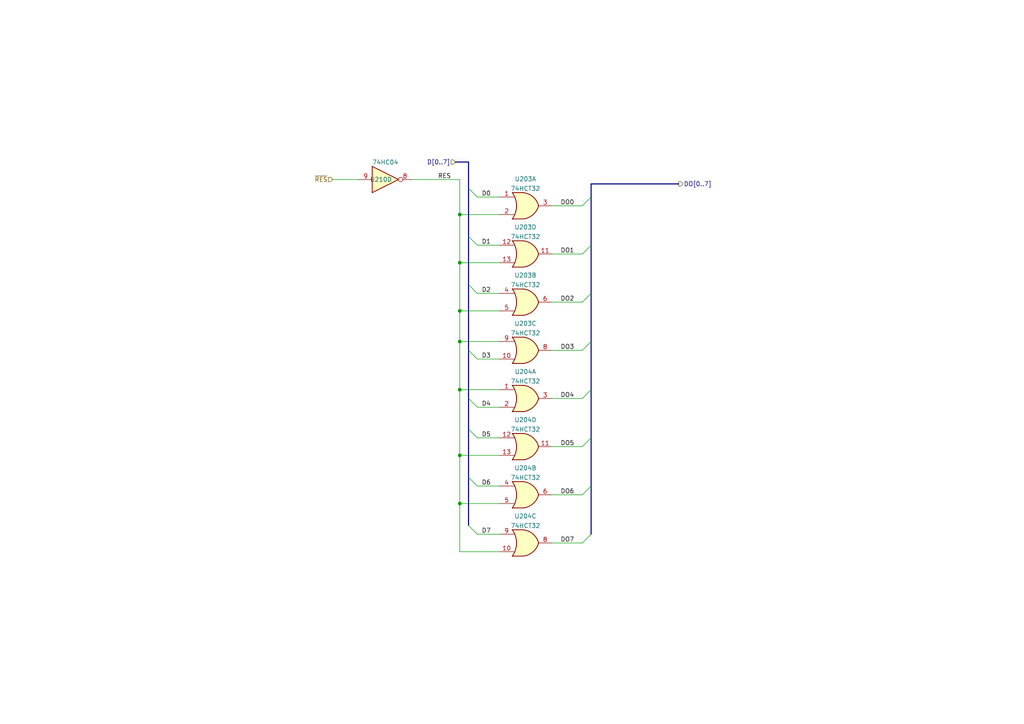
<source format=kicad_sch>
(kicad_sch (version 20211123) (generator eeschema)
  (paper "A4")
  (title_block (title "74HCT6526 Board 2") (date "2022-08-17") (rev "0.1") (company "Daniel Molina") (comment 1 "https://github.com/dmolinagarcia/74HCT6526"))
  (lib_symbols
    (symbol "74xx:74HC04"
      (property "Reference" "U" (at 0 1.27 0))
      (property "Value" "74HC04" (at 0 -1.27 0))
      (symbol "74HC04_1_0"
        (polyline (pts (xy -3.81 3.81) (xy -3.81 -3.81) (xy 3.81 0) (xy -3.81 3.81)) (stroke (width 0.254)) (fill (type background)))
        (pin input line (at -7.62 0 0) (length 3.81) (name "~") (number "1"))
        (pin output inverted (at 7.62 0 180) (length 3.81) (name "~") (number "2"))
      )
      (symbol "74HC04_2_0"
        (polyline (pts (xy -3.81 3.81) (xy -3.81 -3.81) (xy 3.81 0) (xy -3.81 3.81)) (stroke (width 0.254)) (fill (type background)))
        (pin input line (at -7.62 0 0) (length 3.81) (name "~") (number "3"))
        (pin output inverted (at 7.62 0 180) (length 3.81) (name "~") (number "4"))
      )
      (symbol "74HC04_3_0"
        (polyline (pts (xy -3.81 3.81) (xy -3.81 -3.81) (xy 3.81 0) (xy -3.81 3.81)) (stroke (width 0.254)) (fill (type background)))
        (pin input line (at -7.62 0 0) (length 3.81) (name "~") (number "5"))
        (pin output inverted (at 7.62 0 180) (length 3.81) (name "~") (number "6"))
      )
      (symbol "74HC04_4_0"
        (polyline (pts (xy -3.81 3.81) (xy -3.81 -3.81) (xy 3.81 0) (xy -3.81 3.81)) (stroke (width 0.254)) (fill (type background)))
        (pin output inverted (at 7.62 0 180) (length 3.81) (name "~") (number "8"))
        (pin input line (at -7.62 0 0) (length 3.81) (name "~") (number "9"))
      )
      (symbol "74HC04_5_0"
        (polyline (pts (xy -3.81 3.81) (xy -3.81 -3.81) (xy 3.81 0) (xy -3.81 3.81)) (stroke (width 0.254)) (fill (type background)))
        (pin output inverted (at 7.62 0 180) (length 3.81) (name "~") (number "10"))
        (pin input line (at -7.62 0 0) (length 3.81) (name "~") (number "11"))
      )
      (symbol "74HC04_6_0"
        (polyline (pts (xy -3.81 3.81) (xy -3.81 -3.81) (xy 3.81 0) (xy -3.81 3.81)) (stroke (width 0.254)) (fill (type background)))
        (pin output inverted (at 7.62 0 180) (length 3.81) (name "~") (number "12"))
        (pin input line (at -7.62 0 0) (length 3.81) (name "~") (number "13"))
      )
      (symbol "74HC04_7_0"
        (pin power_in line (at 0 12.7 270) (length 5.08) (name "VCC") (number "14"))
        (pin power_in line (at 0 -12.7 90) (length 5.08) (name "GND") (number "7"))
      )
      (symbol "74HC04_7_1"
        (rectangle (start -5.08 7.62) (end 5.08 -7.62) (stroke (width 0.254)) (fill (type background)))
      )
    )
    (symbol "74xx:74LS32" (pin_names (offset 1.016))
      (property "Reference" "U" (at 0 1.27 0))
      (property "Value" "74LS32" (at 0 -1.27 0))
      (symbol "74LS32_1_1"
        (arc (start -3.81 -3.81) (mid -2.589 0) (end -3.81 3.81) (stroke (width 0.254)))
        (arc (start -0.6096 -3.81) (mid 2.1855 -2.584) (end 3.81 0) (stroke (width 0.254)) (fill (type background)))
        (polyline (pts (xy -3.81 -3.81) (xy -0.635 -3.81)) (stroke (width 0.254)) (fill (type background)))
        (polyline (pts (xy -3.81 3.81) (xy -0.635 3.81)) (stroke (width 0.254)) (fill (type background)))
        (polyline (pts (xy -0.635 3.81) (xy -3.81 3.81) (xy -3.81 3.81) (xy -3.556 3.4036) (xy -3.0226 2.2606) (xy -2.6924 1.0414) (xy -2.6162 -0.254) (xy -2.7686 -1.4986) (xy -3.175 -2.7178) (xy -3.81 -3.81) (xy -3.81 -3.81) (xy -0.635 -3.81)) (stroke (width -25.4)) (fill (type background)))
        (arc (start 3.81 0) (mid 2.1928 2.5925) (end -0.6096 3.81) (stroke (width 0.254)) (fill (type background)))
        (pin input line (at -7.62 2.54 0) (length 4.318) (name "~") (number "1"))
        (pin input line (at -7.62 -2.54 0) (length 4.318) (name "~") (number "2"))
        (pin output line (at 7.62 0 180) (length 3.81) (name "~") (number "3"))
      )
      (symbol "74LS32_1_2"
        (arc (start 0 -3.81) (mid 3.81 0) (end 0 3.81) (stroke (width 0.254)) (fill (type background)))
        (polyline (pts (xy 0 3.81) (xy -3.81 3.81) (xy -3.81 -3.81) (xy 0 -3.81)) (stroke (width 0.254)) (fill (type background)))
        (pin input inverted (at -7.62 2.54 0) (length 3.81) (name "~") (number "1"))
        (pin input inverted (at -7.62 -2.54 0) (length 3.81) (name "~") (number "2"))
        (pin output inverted (at 7.62 0 180) (length 3.81) (name "~") (number "3"))
      )
      (symbol "74LS32_2_1"
        (arc (start -3.81 -3.81) (mid -2.589 0) (end -3.81 3.81) (stroke (width 0.254)))
        (arc (start -0.6096 -3.81) (mid 2.1855 -2.584) (end 3.81 0) (stroke (width 0.254)) (fill (type background)))
        (polyline (pts (xy -3.81 -3.81) (xy -0.635 -3.81)) (stroke (width 0.254)) (fill (type background)))
        (polyline (pts (xy -3.81 3.81) (xy -0.635 3.81)) (stroke (width 0.254)) (fill (type background)))
        (polyline (pts (xy -0.635 3.81) (xy -3.81 3.81) (xy -3.81 3.81) (xy -3.556 3.4036) (xy -3.0226 2.2606) (xy -2.6924 1.0414) (xy -2.6162 -0.254) (xy -2.7686 -1.4986) (xy -3.175 -2.7178) (xy -3.81 -3.81) (xy -3.81 -3.81) (xy -0.635 -3.81)) (stroke (width -25.4)) (fill (type background)))
        (arc (start 3.81 0) (mid 2.1928 2.5925) (end -0.6096 3.81) (stroke (width 0.254)) (fill (type background)))
        (pin input line (at -7.62 2.54 0) (length 4.318) (name "~") (number "4"))
        (pin input line (at -7.62 -2.54 0) (length 4.318) (name "~") (number "5"))
        (pin output line (at 7.62 0 180) (length 3.81) (name "~") (number "6"))
      )
      (symbol "74LS32_2_2"
        (arc (start 0 -3.81) (mid 3.81 0) (end 0 3.81) (stroke (width 0.254)) (fill (type background)))
        (polyline (pts (xy 0 3.81) (xy -3.81 3.81) (xy -3.81 -3.81) (xy 0 -3.81)) (stroke (width 0.254)) (fill (type background)))
        (pin input inverted (at -7.62 2.54 0) (length 3.81) (name "~") (number "4"))
        (pin input inverted (at -7.62 -2.54 0) (length 3.81) (name "~") (number "5"))
        (pin output inverted (at 7.62 0 180) (length 3.81) (name "~") (number "6"))
      )
      (symbol "74LS32_3_1"
        (arc (start -3.81 -3.81) (mid -2.589 0) (end -3.81 3.81) (stroke (width 0.254)))
        (arc (start -0.6096 -3.81) (mid 2.1855 -2.584) (end 3.81 0) (stroke (width 0.254)) (fill (type background)))
        (polyline (pts (xy -3.81 -3.81) (xy -0.635 -3.81)) (stroke (width 0.254)) (fill (type background)))
        (polyline (pts (xy -3.81 3.81) (xy -0.635 3.81)) (stroke (width 0.254)) (fill (type background)))
        (polyline (pts (xy -0.635 3.81) (xy -3.81 3.81) (xy -3.81 3.81) (xy -3.556 3.4036) (xy -3.0226 2.2606) (xy -2.6924 1.0414) (xy -2.6162 -0.254) (xy -2.7686 -1.4986) (xy -3.175 -2.7178) (xy -3.81 -3.81) (xy -3.81 -3.81) (xy -0.635 -3.81)) (stroke (width -25.4)) (fill (type background)))
        (arc (start 3.81 0) (mid 2.1928 2.5925) (end -0.6096 3.81) (stroke (width 0.254)) (fill (type background)))
        (pin input line (at -7.62 -2.54 0) (length 4.318) (name "~") (number "10"))
        (pin output line (at 7.62 0 180) (length 3.81) (name "~") (number "8"))
        (pin input line (at -7.62 2.54 0) (length 4.318) (name "~") (number "9"))
      )
      (symbol "74LS32_3_2"
        (arc (start 0 -3.81) (mid 3.81 0) (end 0 3.81) (stroke (width 0.254)) (fill (type background)))
        (polyline (pts (xy 0 3.81) (xy -3.81 3.81) (xy -3.81 -3.81) (xy 0 -3.81)) (stroke (width 0.254)) (fill (type background)))
        (pin input inverted (at -7.62 -2.54 0) (length 3.81) (name "~") (number "10"))
        (pin output inverted (at 7.62 0 180) (length 3.81) (name "~") (number "8"))
        (pin input inverted (at -7.62 2.54 0) (length 3.81) (name "~") (number "9"))
      )
      (symbol "74LS32_4_1"
        (arc (start -3.81 -3.81) (mid -2.589 0) (end -3.81 3.81) (stroke (width 0.254)))
        (arc (start -0.6096 -3.81) (mid 2.1855 -2.584) (end 3.81 0) (stroke (width 0.254)) (fill (type background)))
        (polyline (pts (xy -3.81 -3.81) (xy -0.635 -3.81)) (stroke (width 0.254)) (fill (type background)))
        (polyline (pts (xy -3.81 3.81) (xy -0.635 3.81)) (stroke (width 0.254)) (fill (type background)))
        (polyline (pts (xy -0.635 3.81) (xy -3.81 3.81) (xy -3.81 3.81) (xy -3.556 3.4036) (xy -3.0226 2.2606) (xy -2.6924 1.0414) (xy -2.6162 -0.254) (xy -2.7686 -1.4986) (xy -3.175 -2.7178) (xy -3.81 -3.81) (xy -3.81 -3.81) (xy -0.635 -3.81)) (stroke (width -25.4)) (fill (type background)))
        (arc (start 3.81 0) (mid 2.1928 2.5925) (end -0.6096 3.81) (stroke (width 0.254)) (fill (type background)))
        (pin output line (at 7.62 0 180) (length 3.81) (name "~") (number "11"))
        (pin input line (at -7.62 2.54 0) (length 4.318) (name "~") (number "12"))
        (pin input line (at -7.62 -2.54 0) (length 4.318) (name "~") (number "13"))
      )
      (symbol "74LS32_4_2"
        (arc (start 0 -3.81) (mid 3.81 0) (end 0 3.81) (stroke (width 0.254)) (fill (type background)))
        (polyline (pts (xy 0 3.81) (xy -3.81 3.81) (xy -3.81 -3.81) (xy 0 -3.81)) (stroke (width 0.254)) (fill (type background)))
        (pin output inverted (at 7.62 0 180) (length 3.81) (name "~") (number "11"))
        (pin input inverted (at -7.62 2.54 0) (length 3.81) (name "~") (number "12"))
        (pin input inverted (at -7.62 -2.54 0) (length 3.81) (name "~") (number "13"))
      )
      (symbol "74LS32_5_0"
        (pin power_in line (at 0 12.7 270) (length 5.08) (name "VCC") (number "14"))
        (pin power_in line (at 0 -12.7 90) (length 5.08) (name "GND") (number "7"))
      )
      (symbol "74LS32_5_1"
        (rectangle (start -5.08 7.62) (end 5.08 -7.62) (stroke (width 0.254)) (fill (type background)))
      )
    )
  )
  (junction (at 133.35 99.06))
  (junction (at 133.35 62.23))
  (junction (at 133.35 76.2))
  (junction (at 133.35 90.17))
  (junction (at 133.35 146.05))
  (junction (at 133.35 132.08))
  (junction (at 133.35 113.03))
  (bus_entry (at 135.89 152.4) (size 2.54 2.54))
  (bus_entry (at 171.45 154.94) (size -2.54 2.54))
  (bus_entry (at 171.45 140.97) (size -2.54 2.54))
  (bus_entry (at 171.45 127) (size -2.54 2.54))
  (bus_entry (at 171.45 113.03) (size -2.54 2.54))
  (bus_entry (at 171.45 57.15) (size -2.54 2.54))
  (bus_entry (at 171.45 99.06) (size -2.54 2.54))
  (bus_entry (at 171.45 85.09) (size -2.54 2.54))
  (bus_entry (at 171.45 71.12) (size -2.54 2.54))
  (bus_entry (at 135.89 138.43) (size 2.54 2.54))
  (bus_entry (at 135.89 101.6) (size 2.54 2.54))
  (bus_entry (at 135.89 54.61) (size 2.54 2.54))
  (bus_entry (at 135.89 82.55) (size 2.54 2.54))
  (bus_entry (at 135.89 115.57) (size 2.54 2.54))
  (bus_entry (at 135.89 124.46) (size 2.54 2.54))
  (bus_entry (at 135.89 68.58) (size 2.54 2.54))
  (wire (pts (xy 133.35 99.06) (xy 133.35 113.03)))
  (bus (pts (xy 196.85 53.34) (xy 171.45 53.34)))
  (wire (pts (xy 160.02 101.6) (xy 168.91 101.6)))
  (wire (pts (xy 133.35 146.05) (xy 133.35 160.02)))
  (wire (pts (xy 133.35 146.05) (xy 144.78 146.05)))
  (wire (pts (xy 160.02 87.63) (xy 168.91 87.63)))
  (wire (pts (xy 133.35 113.03) (xy 133.35 132.08)))
  (wire (pts (xy 133.35 76.2) (xy 144.78 76.2)))
  (bus (pts (xy 135.89 138.43) (xy 135.89 152.4)))
  (bus (pts (xy 135.89 124.46) (xy 135.89 138.43)))
  (wire (pts (xy 133.35 132.08) (xy 133.35 146.05)))
  (wire (pts (xy 133.35 90.17) (xy 144.78 90.17)))
  (wire (pts (xy 96.52 52.07) (xy 104.14 52.07)))
  (wire (pts (xy 133.35 113.03) (xy 144.78 113.03)))
  (bus (pts (xy 135.89 82.55) (xy 135.89 101.6)))
  (bus (pts (xy 132.08 46.99) (xy 135.89 46.99)))
  (bus (pts (xy 171.45 57.15) (xy 171.45 71.12)))
  (wire (pts (xy 138.43 127) (xy 144.78 127)))
  (wire (pts (xy 133.35 52.07) (xy 133.35 62.23)))
  (bus (pts (xy 171.45 113.03) (xy 171.45 127)))
  (bus (pts (xy 135.89 54.61) (xy 135.89 68.58)))
  (wire (pts (xy 138.43 85.09) (xy 144.78 85.09)))
  (wire (pts (xy 133.35 132.08) (xy 144.78 132.08)))
  (bus (pts (xy 171.45 140.97) (xy 171.45 154.94)))
  (wire (pts (xy 138.43 154.94) (xy 144.78 154.94)))
  (wire (pts (xy 160.02 115.57) (xy 168.91 115.57)))
  (wire (pts (xy 133.35 160.02) (xy 144.78 160.02)))
  (wire (pts (xy 133.35 62.23) (xy 133.35 76.2)))
  (wire (pts (xy 138.43 104.14) (xy 144.78 104.14)))
  (bus (pts (xy 135.89 115.57) (xy 135.89 124.46)))
  (wire (pts (xy 119.38 52.07) (xy 133.35 52.07)))
  (wire (pts (xy 138.43 57.15) (xy 144.78 57.15)))
  (bus (pts (xy 171.45 99.06) (xy 171.45 113.03)))
  (bus (pts (xy 171.45 53.34) (xy 171.45 57.15)))
  (bus (pts (xy 171.45 85.09) (xy 171.45 99.06)))
  (bus (pts (xy 171.45 71.12) (xy 171.45 85.09)))
  (wire (pts (xy 133.35 62.23) (xy 144.78 62.23)))
  (bus (pts (xy 135.89 101.6) (xy 135.89 115.57)))
  (wire (pts (xy 133.35 99.06) (xy 144.78 99.06)))
  (wire (pts (xy 160.02 73.66) (xy 168.91 73.66)))
  (wire (pts (xy 133.35 90.17) (xy 133.35 99.06)))
  (wire (pts (xy 138.43 140.97) (xy 144.78 140.97)))
  (wire (pts (xy 160.02 157.48) (xy 168.91 157.48)))
  (wire (pts (xy 160.02 59.69) (xy 168.91 59.69)))
  (wire (pts (xy 133.35 76.2) (xy 133.35 90.17)))
  (wire (pts (xy 160.02 143.51) (xy 168.91 143.51)))
  (wire (pts (xy 138.43 71.12) (xy 144.78 71.12)))
  (bus (pts (xy 171.45 127) (xy 171.45 140.97)))
  (bus (pts (xy 135.89 46.99) (xy 135.89 54.61)))
  (wire (pts (xy 160.02 129.54) (xy 168.91 129.54)))
  (wire (pts (xy 138.43 118.11) (xy 144.78 118.11)))
  (bus (pts (xy 135.89 68.58) (xy 135.89 82.55)))
  (label "DO1" (at 162.56 73.66 0))
  (label "D1" (at 139.7 71.12 0))
  (label "DO0" (at 162.56 59.69 0))
  (label "D7" (at 139.7 154.94 0))
  (label "D0" (at 139.7 57.15 0))
  (label "DO2" (at 162.56 87.63 0))
  (label "D5" (at 139.7 127 0))
  (label "RES" (at 127 52.07 0))
  (label "D4" (at 139.7 118.11 0))
  (label "D6" (at 139.7 140.97 0))
  (label "DO4" (at 162.56 115.57 0))
  (label "DO3" (at 162.56 101.6 0))
  (label "D2" (at 139.7 85.09 0))
  (label "DO7" (at 162.56 157.48 0))
  (label "DO5" (at 162.56 129.54 0))
  (label "D3" (at 139.7 104.14 0))
  (label "DO6" (at 162.56 143.51 0))
  (hierarchical_label "~{RES}" (shape input) (at 96.52 52.07 180))
  (hierarchical_label "DO[0..7]" (shape output) (at 196.85 53.34 0))
  (hierarchical_label "D[0..7]" (shape input) (at 132.08 46.99 180))
  (symbol (lib_id "74xx:74LS32") (at 152.4 59.69 0) (unit 1)
    (property "Reference" "U203" (at 152.4 51.9135 0))
    (property "Value" "74HCT32" (at 152.4 54.6886 0))
    (property "Footprint" "Package_SO:SO-14_3.9x8.65mm_P1.27mm" (effects hide))
    (property "Datasheet" "http://www.ti.com/lit/gpn/sn74LS32" (effects hide))
  )
  (symbol (lib_id "74xx:74LS32") (at 152.4 73.66 0) (unit 4)
    (property "Reference" "U203" (at 152.4 65.8835 0))
    (property "Value" "74HCT32" (at 152.4 68.6586 0))
    (property "Footprint" "Package_SO:SO-14_3.9x8.65mm_P1.27mm" (effects hide))
    (property "Datasheet" "http://www.ti.com/lit/gpn/sn74LS32" (effects hide))
  )
  (symbol (lib_id "74xx:74LS32") (at 152.4 157.48 0) (unit 3)
    (property "Reference" "U204" (at 152.4 149.7035 0))
    (property "Value" "74HCT32" (at 152.4 152.4786 0))
    (property "Footprint" "Package_SO:SO-14_3.9x8.65mm_P1.27mm" (effects hide))
    (property "Datasheet" "http://www.ti.com/lit/gpn/sn74LS32" (effects hide))
  )
  (symbol (lib_id "74xx:74LS32") (at 152.4 129.54 0) (unit 4)
    (property "Reference" "U204" (at 152.4 121.7635 0))
    (property "Value" "74HCT32" (at 152.4 124.5386 0))
    (property "Footprint" "Package_SO:SO-14_3.9x8.65mm_P1.27mm" (effects hide))
    (property "Datasheet" "http://www.ti.com/lit/gpn/sn74LS32" (effects hide))
  )
  (symbol (lib_id "74xx:74LS32") (at 152.4 143.51 0) (unit 2)
    (property "Reference" "U204" (at 152.4 135.7335 0))
    (property "Value" "74HCT32" (at 152.4 138.5086 0))
    (property "Footprint" "Package_SO:SO-14_3.9x8.65mm_P1.27mm" (effects hide))
    (property "Datasheet" "http://www.ti.com/lit/gpn/sn74LS32" (effects hide))
  )
  (symbol (lib_id "74xx:74LS32") (at 152.4 101.6 0) (unit 3)
    (property "Reference" "U203" (at 152.4 93.8235 0))
    (property "Value" "74HCT32" (at 152.4 96.5986 0))
    (property "Footprint" "Package_SO:SO-14_3.9x8.65mm_P1.27mm" (effects hide))
    (property "Datasheet" "http://www.ti.com/lit/gpn/sn74LS32" (effects hide))
  )
  (symbol (lib_id "74xx:74LS32") (at 152.4 115.57 0) (unit 1)
    (property "Reference" "U204" (at 152.4 107.7935 0))
    (property "Value" "74HCT32" (at 152.4 110.5686 0))
    (property "Footprint" "Package_SO:SO-14_3.9x8.65mm_P1.27mm" (effects hide))
    (property "Datasheet" "http://www.ti.com/lit/gpn/sn74LS32" (effects hide))
  )
  (symbol (lib_id "74xx:74LS32") (at 152.4 87.63 0) (unit 2)
    (property "Reference" "U203" (at 152.4 79.8535 0))
    (property "Value" "74HCT32" (at 152.4 82.6286 0))
    (property "Footprint" "Package_SO:SO-14_3.9x8.65mm_P1.27mm" (effects hide))
    (property "Datasheet" "http://www.ti.com/lit/gpn/sn74LS32" (effects hide))
  )
  (symbol (lib_id "74xx:74HC04") (at 111.76 52.07 0) (unit 4)
    (property "Reference" "U210" (at 110.49 52.07 0))
    (property "Value" "74HC04" (at 111.76 47.0686 0))
    (property "Footprint" "Package_SO:SOIC-14_3.9x8.7mm_P1.27mm" (effects hide))
    (property "Datasheet" "https://assets.nexperia.com/documents/data-sheet/74HC_HCT04.pdf" (effects hide))
  )
)
</source>
